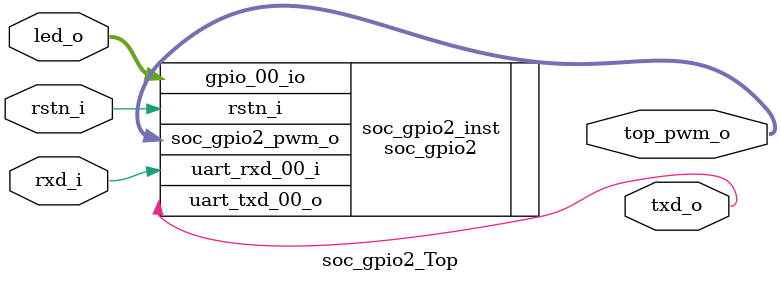
<source format=v>
`timescale 1 ps / 1 ps 

`define family_device_lfd2nx

module soc_gpio2_Top (

	input  rstn_i,

	input  rxd_i,

	output txd_o,

	inout [7:0] led_o,
	
	
	output [31:0] top_pwm_o

);

wire sys_clk /*synthesis syn_keep = 1*/; 
`ifdef family_device_machxo2
OSCH #(.NOM_FREQ("17.73")) OSCJ (.STDBY(1'b0), .OSC(sys_clk), .SEDSTDBY());
`elsif family_device_machxo3l
OSCH #(.NOM_FREQ("17.73")) OSCJ (.STDBY(1'b0), .OSC(sys_clk), .SEDSTDBY());
`elsif family_device_machxo3lf
OSCH #(.NOM_FREQ("17.73")) OSCJ (.STDBY(1'b0), .OSC(sys_clk), .SEDSTDBY());
`elsif family_device_ecp5u
OSCG #(.DIV(17))OSCG (.OSC(sys_clk));
`elsif family_device_ecp5um
OSCG #(.DIV(17))OSCG (.OSC(sys_clk));
`elsif family_device_ecp5um5g
OSCG #(.DIV(17))OSCG (.OSC(sys_clk));
`elsif family_device_machxo3d
wire esb_oscclk; 
OSCJ #(.NOM_FREQ("17.73")) OSCJ (.STDBY(1'b0), .OSC(sys_clk), .SEDSTDBY(),.OSCESB(esb_oscclk));
`elsif family_device_latticeecp3
wire osc_clk;
GSR GSR_INST(.GSR(rstn_i));
OSCF #(.NOM_FREQ("15.0")) OSCF (.OSC(osc_clk));
wire CLKOP_t;
wire scuba_vlo;

VLO scuba_vlo_inst (.Z(scuba_vlo));

defparam PLLInst_0.FEEDBK_PATH = "CLKOP" ;
defparam PLLInst_0.CLKOK_BYPASS = "DISABLED" ;
defparam PLLInst_0.CLKOS_BYPASS = "DISABLED" ;
defparam PLLInst_0.CLKOP_BYPASS = "DISABLED" ;
defparam PLLInst_0.CLKOK_INPUT = "CLKOP" ;
defparam PLLInst_0.DELAY_PWD = "DISABLED" ;
defparam PLLInst_0.DELAY_VAL = 0 ;
defparam PLLInst_0.CLKOS_TRIM_DELAY = 0 ;
defparam PLLInst_0.CLKOS_TRIM_POL = "RISING" ;
defparam PLLInst_0.CLKOP_TRIM_DELAY = 0 ;
defparam PLLInst_0.CLKOP_TRIM_POL = "RISING" ;
defparam PLLInst_0.PHASE_DELAY_CNTL = "STATIC" ;
defparam PLLInst_0.DUTY = 8 ;
defparam PLLInst_0.PHASEADJ = "0.0" ;
defparam PLLInst_0.CLKOK_DIV = 2 ;
defparam PLLInst_0.CLKOP_DIV = 32 ;
defparam PLLInst_0.CLKFB_DIV = 6 ;
defparam PLLInst_0.CLKI_DIV = 5 ;
defparam PLLInst_0.FIN = "15.000000" ;
EHXPLLF PLLInst_0 (.CLKI(osc_clk), .CLKFB(CLKOP_t), .RST(scuba_vlo), .RSTK(scuba_vlo), 
    .WRDEL(scuba_vlo), .DRPAI3(scuba_vlo), .DRPAI2(scuba_vlo), .DRPAI1(scuba_vlo), 
    .DRPAI0(scuba_vlo), .DFPAI3(scuba_vlo), .DFPAI2(scuba_vlo), .DFPAI1(scuba_vlo), 
    .DFPAI0(scuba_vlo), .FDA3(scuba_vlo), .FDA2(scuba_vlo), .FDA1(scuba_vlo), 
    .FDA0(scuba_vlo), .CLKOP(CLKOP_t), .CLKOS(), .CLKOK(), .CLKOK2(), 
    .LOCK(LOCK), .CLKINTFB())
         /* synthesis FREQUENCY_PIN_CLKOP="18.000000" */
         /* synthesis FREQUENCY_PIN_CLKI="15.000000" */;

assign sys_clk = CLKOP_t;
`endif

soc_gpio2 soc_gpio2_inst (
`ifdef family_device_machxo2
	.clk_i(sys_clk),
`elsif family_device_machxo3l
	.clk_i(sys_clk),
`elsif family_device_machxo3lf
	.clk_i(sys_clk),
`elsif family_device_ecp5u
	.clk_i(sys_clk),
`elsif family_device_ecp5um
	.clk_i(sys_clk),
`elsif family_device_ecp5um5g
	.clk_i(sys_clk),
`elsif family_device_machxo3d
	.clk_i(sys_clk),
`elsif family_device_latticeecp3
	.clk_i(sys_clk),
`endif

	.rstn_i(rstn_i),

	.uart_rxd_00_i(rxd_i),

	.uart_txd_00_o(txd_o),

	.gpio_00_io(led_o),
	
	.soc_gpio2_pwm_o(top_pwm_o)

);

endmodule

</source>
